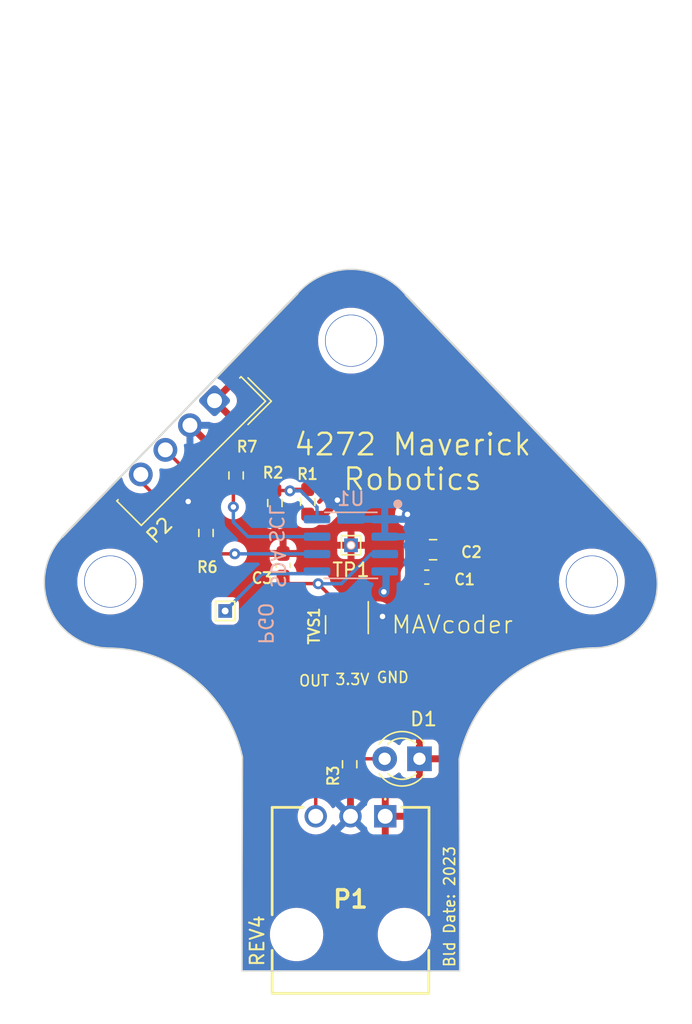
<source format=kicad_pcb>
(kicad_pcb (version 20221018) (generator pcbnew)
  (layers (0 "F.Cu" signal) (31 "B.Cu" signal) (34 "B.Paste" user) (35 "F.Paste" user) (36 "B.SilkS" user "B.Silkscreen") (37 "F.SilkS" user "F.Silkscreen") (38 "B.Mask" user) (39 "F.Mask" user) (44 "Edge.Cuts" user))
  (net 0 "")
  (net 1 "+3.3V")
  (net 2 "GND")
  (net 3 "/DIR")
  (net 4 "/SDA")
  (net 5 "/SCL")
  (net 6 "/OUT")
  (net 7 "/PGO")
  (net 8 "Net-(D1-A)")
  (footprint "MountingHole:MountingHole_3.7mm" (layer "F.Cu") (at 165.565 80.825)
    (fp_text reference "REF**" hide)
    (fp_text value "MountingHole_3.7mm" hide)
    (pad "" np_thru_hole circle (at 0 0) (size 3.8 3.8) (drill 3.7) (layers "F&B.Cu" "*.Mask"))
  )
  (footprint "Resistor_SMD:R_0603_1608Metric_Pad0.98x0.95mm_HandSolder" (layer "F.Cu") (at 144.8 75 90)
    (fp_text reference "R1" (at 2.0258 -0.02 180) (layer "F.SilkS") (effects (font (size 0.8 0.762))))
    (fp_text value "0")
    (fp_line (start -0.254724 -0.5225) (end 0.254724 -0.5225) (stroke (width 0.12)) (layer "F.SilkS"))
    (fp_line (start -0.254724 0.5225) (end 0.254724 0.5225) (stroke (width 0.12)) (layer "F.SilkS"))
    (pad "1" smd roundrect (at -0.9125 0 90) (size 0.975 0.95) (layers "F.Cu" "F.Paste" "F.Mask") (net 1 "+3.3V"))
    (pad "2" smd roundrect (at 0.9125 0 90) (size 0.975 0.95) (layers "F.Cu" "F.Paste" "F.Mask") (net 3 "/DIR"))
  )
  (footprint "Capacitor_SMD:C_0805_2012Metric_Pad1.18x1.45mm_HandSolder" (layer "F.Cu") (at 153.9625 78.5)
    (fp_text reference "C2" (at 2.8025 0.175) (layer "F.SilkS") (effects (font (size 0.8 0.762))))
    (fp_text value "10uF")
    (fp_line (start -0.261252 -0.735) (end 0.261252 -0.735) (stroke (width 0.12)) (layer "F.SilkS"))
    (fp_line (start -0.261252 0.735) (end 0.261252 0.735) (stroke (width 0.12)) (layer "F.SilkS"))
    (pad "1" smd roundrect (at -1.0375 0) (size 1.175 1.45) (layers "F.Cu" "F.Paste" "F.Mask") (roundrect_rratio 0.2127659574) (net 1 "+3.3V"))
    (pad "2" smd roundrect (at 1.0375 0) (size 1.175 1.45) (layers "F.Cu" "F.Paste" "F.Mask") (roundrect_rratio 0.2127659574) (net 2 "GND"))
  )
  (footprint "LED_THT:LED_D3.0mm" (layer "F.Cu") (at 152.965 93.775 180)
    (fp_text reference "D1" (at -0.3 2.9 180) (layer "F.SilkS"))
    (fp_text value "LED")
    (fp_line (start -0.29 -1.236) (end -0.29 -1.08) (stroke (width 0.12)) (layer "F.SilkS"))
    (fp_line (start -0.29 1.08) (end -0.29 1.236) (stroke (width 0.12)) (layer "F.SilkS"))
    (fp_arc (start -0.29 -1.235516) (mid 1.366487 -1.987659) (end 2.942335 -1.078608) (stroke (width 0.12)) (layer "F.SilkS"))
    (fp_arc (start 0.229039 -1.08) (mid 1.270117 -1.5) (end 2.31113 -1.079837) (stroke (width 0.12)) (layer "F.SilkS"))
    (fp_arc (start 2.31113 1.079837) (mid 1.270117 1.5) (end 0.229039 1.08) (stroke (width 0.12)) (layer "F.SilkS"))
    (fp_arc (start 2.942335 1.078608) (mid 1.366487 1.987659) (end -0.29 1.235516) (stroke (width 0.12)) (layer "F.SilkS"))
    (pad "1" thru_hole rect (at 0 0 180) (size 1.8 1.8) (drill 0.9) (layers "*.Cu" "*.Mask") (net 2 "GND"))
    (pad "2" thru_hole circle (at 2.54 0 180) (size 1.8 1.8) (drill 0.9) (layers "*.Cu" "*.Mask") (net 8 "Net-(D1-A)"))
  )
  (footprint "Connector_Molex:Molex_SL_171971-0004_1x04_P2.54mm_Vertical" (layer "F.Cu") (at 137.989407 67.611253 -135)
    (fp_text reference "P2" (at 9.537565 -3.846194 45) (layer "F.SilkS"))
    (fp_text value "0705430003" hide)
    (fp_line (start -2.91 -2.96) (end -0.5 -2.96) (stroke (width 0.12)) (layer "F.SilkS"))
    (fp_line (start -2.91 -0.55) (end -2.91 -2.96) (stroke (width 0.12)) (layer "F.SilkS"))
    (fp_line (start -2.61 -2.66) (end -2.61 -0.13) (stroke (width 0.12)) (layer "F.SilkS"))
    (fp_line (start -2.61 -0.13) (end -2.48 -0.13) (stroke (width 0.12)) (layer "F.SilkS"))
    (fp_line (start 10.1 -0.13) (end 10.23 -0.13) (stroke (width 0.12)) (layer "F.SilkS"))
    (fp_line (start 10.23 -2.66) (end -2.61 -2.66) (stroke (width 0.12)) (layer "F.SilkS"))
    (fp_line (start 10.23 -0.13) (end 10.23 -2.66) (stroke (width 0.12)) (layer "F.SilkS"))
    (pad "1" thru_hole roundrect (at 0 0 225) (size 1.74 1.74) (drill 1.09) (layers "*.Cu" "*.Mask") (roundrect_rratio 0.1436781609) (net 2 "GND"))
    (pad "2" thru_hole circle (at 2.54 0 225) (size 1.74 1.74) (drill 1.09) (layers "*.Cu" "*.Mask") (net 1 "+3.3V"))
    (pad "3" thru_hole circle (at 5.08 0 225) (size 1.74 1.74) (drill 1.09) (layers "*.Cu" "*.Mask") (net 5 "/SCL"))
    (pad "4" thru_hole circle (at 7.62 0 225) (size 1.74 1.74) (drill 1.09) (layers "*.Cu" "*.Mask") (net 4 "/SDA"))
  )
  (footprint "Package_TO_SOT_SMD:SOT-23" (layer "F.Cu") (at 147.665 83.975 -90)
    (fp_text reference "TVS1" (at 0.1 2.4 90) (layer "F.SilkS") (effects (font (size 0.8 0.762))))
    (fp_text value "SP0502BAHT")
    (fp_line (start 0 -1.56) (end -1.675 -1.56) (stroke (width 0.12)) (layer "F.SilkS"))
    (fp_line (start 0 -1.56) (end 0.65 -1.56) (stroke (width 0.12)) (layer "F.SilkS"))
    (fp_line (start 0 1.56) (end -0.65 1.56) (stroke (width 0.12)) (layer "F.SilkS"))
    (fp_line (start 0 1.56) (end 0.65 1.56) (stroke (width 0.12)) (layer "F.SilkS"))
    (pad "1" smd roundrect (at -0.9375 -0.95 270) (size 1.475 0.6) (layers "F.Cu" "F.Paste" "F.Mask") (net 1 "+3.3V"))
    (pad "2" smd roundrect (at -0.9375 0.95 270) (size 1.475 0.6) (layers "F.Cu" "F.Paste" "F.Mask") (net 6 "/OUT"))
    (pad "3" smd roundrect (at 0.9375 0 270) (size 1.475 0.6) (layers "F.Cu" "F.Paste" "F.Mask") (net 2 "GND"))
  )
  (footprint "Resistor_SMD:R_0603_1608Metric_Pad0.98x0.95mm_HandSolder" (layer "F.Cu") (at 139.565 73.075 90)
    (fp_text reference "R7" (at 2.1 0.8) (layer "F.SilkS") (effects (font (size 0.8 0.762))))
    (fp_text value "100K")
    (fp_line (start -0.254724 -0.5225) (end 0.254724 -0.5225) (stroke (width 0.12)) (layer "F.SilkS"))
    (fp_line (start -0.254724 0.5225) (end 0.254724 0.5225) (stroke (width 0.12)) (layer "F.SilkS"))
    (pad "1" smd roundrect (at -0.9125 0 90) (size 0.975 0.95) (layers "F.Cu" "F.Paste" "F.Mask") (net 5 "/SCL"))
    (pad "2" smd roundrect (at 0.9125 0 90) (size 0.975 0.95) (layers "F.Cu" "F.Paste" "F.Mask") (net 1 "+3.3V"))
  )
  (footprint "Resistor_SMD:R_0603_1608Metric_Pad0.98x0.95mm_HandSolder" (layer "F.Cu") (at 147.865 94.175 90)
    (fp_text reference "R3" (at -0.849988 -1.199988 90) (layer "F.SilkS") (effects (font (size 0.8 0.762))))
    (fp_text value "137")
    (fp_line (start -0.254724 -0.5225) (end 0.254724 -0.5225) (stroke (width 0.12)) (layer "F.SilkS"))
    (fp_line (start -0.254724 0.5225) (end 0.254724 0.5225) (stroke (width 0.12)) (layer "F.SilkS"))
    (pad "1" smd roundrect (at -0.9125 0 90) (size 0.975 0.95) (layers "F.Cu" "F.Paste" "F.Mask") (net 1 "+3.3V"))
    (pad "2" smd roundrect (at 0.9125 0 90) (size 0.975 0.95) (layers "F.Cu" "F.Paste" "F.Mask") (net 8 "Net-(D1-A)"))
  )
  (footprint "TestPoint:TestPoint_THTPad_1.0x1.0mm_Drill0.5mm" (layer "F.Cu") (at 138.765 82.975)
    (fp_text reference "TP3" hide)
    (fp_text value "TestPoint")
    (fp_line (start -0.7 -0.7) (end 0.7 -0.7) (stroke (width 0.12)) (layer "F.SilkS"))
    (fp_line (start -0.7 0.7) (end -0.7 -0.7) (stroke (width 0.12)) (layer "F.SilkS"))
    (fp_line (start 0.7 -0.7) (end 0.7 0.7) (stroke (width 0.12)) (layer "F.SilkS"))
    (fp_line (start 0.7 0.7) (end -0.7 0.7) (stroke (width 0.12)) (layer "F.SilkS"))
    (pad "1" thru_hole rect (at 0 0) (size 1 1) (drill 0.5) (layers "*.Cu" "*.Mask") (net 7 "/PGO"))
  )
  (footprint "Library Loader:705550037" (layer "F.Cu") (at 150.465 97.975)
    (fp_text reference "P1" (at -2.54 6.061) (layer "F.SilkS") (effects (font (size 1.27 1.27) (thickness 0.254))))
    (fp_text value "15-91-7030" hide)
    (fp_line (start -8.265 -0.65) (end -6 -0.65) (stroke (width 0.2)) (layer "F.SilkS"))
    (fp_line (start -8.265 7.2) (end -8.265 -0.65) (stroke (width 0.2)) (layer "F.SilkS"))
    (fp_line (start -8.265 12.94) (end -8.265 9.8) (stroke (width 0.2)) (layer "F.SilkS"))
    (fp_line (start 0 -1.3) (end 0 -1.3) (stroke (width 0.1)) (layer "F.SilkS"))
    (fp_line (start 0 -1.2) (end 0 -1.2) (stroke (width 0.1)) (layer "F.SilkS"))
    (fp_line (start 1.2 -0.65) (end 3.2 -0.65) (stroke (width 0.2)) (layer "F.SilkS"))
    (fp_line (start 3.185 9.8) (end 3.185 12.94) (stroke (width 0.2)) (layer "F.SilkS"))
    (fp_line (start 3.185 12.94) (end -8.265 12.94) (stroke (width 0.2)) (layer "F.SilkS"))
    (fp_line (start 3.2 -0.65) (end 3.185 7.2) (stroke (width 0.2)) (layer "F.SilkS"))
    (fp_arc (start 0 -1.3) (mid 0.05 -1.25) (end 0 -1.2) (stroke (width 0.1)) (layer "F.SilkS"))
    (fp_arc (start 0 -1.2) (mid -0.05 -1.25) (end 0 -1.3) (stroke (width 0.1)) (layer "F.SilkS"))
    (pad "" np_thru_hole circle (at -6.48 8.64) (size 0.001 0.001) (drill 3.4) (layers "*.Cu" "*.Mask"))
    (pad "" np_thru_hole circle (at 1.4 8.64) (size 0.001 0.001) (drill 3.4) (layers "*.Cu" "*.Mask"))
    (pad "1" thru_hole rect (at 0 0) (size 1.635 1.635) (drill 1.09) (layers "*.Cu" "*.Mask") (net 2 "GND"))
    (pad "2" thru_hole circle (at -2.54 0) (size 1.635 1.635) (drill 1.09) (layers "*.Cu" "*.Mask") (net 1 "+3.3V"))
    (pad "3" thru_hole circle (at -5.08 0) (size 1.635 1.635) (drill 1.09) (layers "*.Cu" "*.Mask") (net 6 "/OUT"))
  )
  (footprint "MountingHole:MountingHole_3.7mm" (layer "F.Cu") (at 147.965 63.225)
    (fp_text reference "REF**" hide)
    (fp_text value "MountingHole_3.7mm")
    (pad "" np_thru_hole circle (at 0 0) (size 3.8 3.8) (drill 3.7) (layers "F&B.Cu" "*.Mask"))
  )
  (footprint "Capacitor_SMD:C_0603_1608Metric_Pad1.08x0.95mm_HandSolder" (layer "F.Cu") (at 143 79.6375 90)
    (fp_text reference "C3" (at -0.9375 -1.535 180) (layer "F.SilkS") (effects (font (size 0.8 0.762))))
    (fp_text value "56pF")
    (fp_line (start -0.146267 -0.51) (end 0.146267 -0.51) (stroke (width 0.12)) (layer "F.SilkS"))
    (fp_line (start -0.146267 0.51) (end 0.146267 0.51) (stroke (width 0.12)) (layer "F.SilkS"))
    (pad "1" smd roundrect (at -0.8625 0 90) (size 1.075 0.95) (layers "F.Cu" "F.Paste" "F.Mask") (net 6 "/OUT"))
    (pad "2" smd roundrect (at 0.8625 0 90) (size 1.075 0.95) (layers "F.Cu" "F.Paste" "F.Mask") (net 2 "GND"))
  )
  (footprint "Resistor_SMD:R_0603_1608Metric_Pad0.98x0.95mm_HandSolder" (layer "F.Cu") (at 137.365 77.275 90)
    (fp_text reference "R6" (at -2.5 0.1 180) (layer "F.SilkS") (effects (font (size 0.8 0.762))))
    (fp_text value "100K")
    (fp_line (start -0.254724 -0.5225) (end 0.254724 -0.5225) (stroke (width 0.12)) (layer "F.SilkS"))
    (fp_line (start -0.254724 0.5225) (end 0.254724 0.5225) (stroke (width 0.12)) (layer "F.SilkS"))
    (pad "1" smd roundrect (at -0.9125 0 90) (size 0.975 0.95) (layers "F.Cu" "F.Paste" "F.Mask") (net 4 "/SDA"))
    (pad "2" smd roundrect (at 0.9125 0 90) (size 0.975 0.95) (layers "F.Cu" "F.Paste" "F.Mask") (net 1 "+3.3V"))
  )
  (footprint "TestPoint:TestPoint_THTPad_1.0x1.0mm_Drill0.5mm" (layer "F.Cu") (at 147.965 78.175)
    (fp_text reference "TP1" (at 0 1.8) (layer "F.SilkS"))
    (fp_text value "TestPoint")
    (fp_line (start -0.7 -0.7) (end 0.7 -0.7) (stroke (width 0.12)) (layer "F.SilkS"))
    (fp_line (start -0.7 0.7) (end -0.7 -0.7) (stroke (width 0.12)) (layer "F.SilkS"))
    (fp_line (start 0.7 -0.7) (end 0.7 0.7) (stroke (width 0.12)) (layer "F.SilkS"))
    (fp_line (start 0.7 0.7) (end -0.7 0.7) (stroke (width 0.12)) (layer "F.SilkS"))
    (pad "1" thru_hole rect (at 0 0) (size 1 1) (drill 0.5) (layers "*.Cu" "F.Mask") (net 2 "GND"))
  )
  (footprint "MountingHole:MountingHole_3.7mm" (layer "F.Cu") (at 130.365 80.825)
    (fp_text reference "REF**" hide)
    (fp_text value "MountingHole_3.7mm")
    (pad "" np_thru_hole circle (at 0 0) (size 3.8 3.8) (drill 3.7) (layers "F&B.Cu" "*.Mask"))
  )
  (footprint "Resistor_SMD:R_0603_1608Metric_Pad0.98x0.95mm_HandSolder" (layer "F.Cu") (at 142.4 75.0875 -90)
    (fp_text reference "R2" (at -2.2125 0.135 180) (layer "F.SilkS") (effects (font (size 0.8 0.762))))
    (fp_text value "0")
    (fp_line (start -0.254724 -0.5225) (end 0.254724 -0.5225) (stroke (width 0.12)) (layer "F.SilkS"))
    (fp_line (start -0.254724 0.5225) (end 0.254724 0.5225) (stroke (width 0.12)) (layer "F.SilkS"))
    (pad "1" smd roundrect (at -0.9125 0 270) (size 0.975 0.95) (layers "F.Cu" "F.Paste" "F.Mask") (net 3 "/DIR"))
    (pad "2" smd roundrect (at 0.9125 0 270) (size 0.975 0.95) (layers "F.Cu" "F.Paste" "F.Mask") (net 2 "GND"))
  )
  (footprint "Capacitor_SMD:C_0603_1608Metric_Pad1.08x0.95mm_HandSolder" (layer "F.Cu") (at 153.5 80.5)
    (fp_text reference "C1" (at 2.765 0.175) (layer "F.SilkS") (effects (font (size 0.8 0.762))))
    (fp_text value "100nF")
    (fp_line (start -0.146267 -0.51) (end 0.146267 -0.51) (stroke (width 0.12)) (layer "F.SilkS"))
    (fp_line (start -0.146267 0.51) (end 0.146267 0.51) (stroke (width 0.12)) (layer "F.SilkS"))
    (pad "1" smd roundrect (at -0.8625 0) (size 1.075 0.95) (layers "F.Cu" "F.Paste" "F.Mask") (net 1 "+3.3V"))
    (pad "2" smd roundrect (at 0.8625 0) (size 1.075 0.95) (layers "F.Cu" "F.Paste" "F.Mask") (net 2 "GND"))
  )
  (footprint "Package_SO:SOIC-8_3.9x4.9mm_P1.27mm" (layer "B.Cu") (at 147.955 78.1812 180)
    (fp_text reference "U1" (at 0 3.4) (layer "B.SilkS") (effects (justify mirror)))
    (fp_text value "AS5600-ASOM")
    (fp_line (start 0 -2.413) (end -1.95 -2.413) (stroke (width 0.12)) (layer "B.SilkS"))
    (fp_line (start 0 -2.413) (end 1.95 -2.413) (stroke (width 0.12)) (layer "B.SilkS"))
    (fp_line (start 1.905 2.413) (end -1.905 2.413) (stroke (width 0.12)) (layer "B.SilkS"))
    (pad "1" smd roundrect (at -2.475 1.905 180) (size 1.95 0.6) (layers "B.Cu" "B.Paste" "B.Mask") (net 1 "+3.3V"))
    (pad "2" smd roundrect (at -2.475 0.635 180) (size 1.95 0.6) (layers "B.Cu" "B.Paste" "B.Mask") (net 1 "+3.3V"))
    (pad "3" smd roundrect (at -2.475 -0.635 180) (size 1.95 0.6) (layers "B.Cu" "B.Paste" "B.Mask") (net 6 "/OUT"))
    (pad "4" smd roundrect (at -2.475 -1.905 180) (size 1.95 0.6) (layers "B.Cu" "B.Paste" "B.Mask") (net 2 "GND"))
    (pad "5" smd roundrect (at 2.475 -1.905 180) (size 1.95 0.6) (layers "B.Cu" "B.Paste" "B.Mask") (net 7 "/PGO"))
    (pad "6" smd roundrect (at 2.475 -0.635 180) (size 1.95 0.6) (layers "B.Cu" "B.Paste" "B.Mask") (net 4 "/SDA"))
    (pad "7" smd roundrect (at 2.475 0.635 180) (size 1.95 0.6) (layers "B.Cu" "B.Paste" "B.Mask") (net 5 "/SCL"))
    (pad "8" smd roundrect (at 2.475 1.905 180) (size 1.95 0.6) (layers "B.Cu" "B.Paste" "B.Mask") (net 3 "/DIR"))
  )
  (gr_circle (center 151.384 75.1586) (end 151.638951 75.1586) (stroke (width 0.15)) (fill solid) (layer "B.SilkS"))
  (gr_circle (center 147.965 78.175) (end 148.219 78.175) (stroke (width 0.15)) (fill none) (layer "B.SilkS"))
  (gr_line (start 140.036925 93.680955) (end 140 102.9) (stroke (width 0.1)) (layer "Edge.Cuts"))
  (gr_line (start 140 102.9) (end 140 109.275) (stroke (width 0.1)) (layer "Edge.Cuts"))
  (gr_line (start 155.865001 93.775) (end 155.9 102.9) (stroke (width 0.1)) (layer "Edge.Cuts"))
  (gr_line (start 155.9 102.9) (end 155.9 109.275) (stroke (width 0.1)) (layer "Edge.Cuts"))
  (gr_arc (start 130.365 85.685405) (mid 125.948308 82.780999) (end 126.865 77.575) (stroke (width 0.1)) (layer "Edge.Cuts"))
  (gr_line (start 144.065 59.775) (end 126.865 77.575) (stroke (width 0.1508)) (layer "Edge.Cuts"))
  (gr_arc (start 155.865001 93.775) (mid 159.350642 88.0149) (end 165.662504 85.672072) (stroke (width 0.1)) (layer "Edge.Cuts"))
  (gr_line (start 140 109.275) (end 155.9 109.275) (stroke (width 0.1)) (layer "Edge.Cuts"))
  (gr_line (start 151.965081 59.891711) (end 169.070462 77.780923) (stroke (width 0.1508)) (layer "Edge.Cuts"))
  (gr_arc (start 144.065 59.775) (mid 148.041873 58.017116) (end 151.965081 59.891711) (stroke (width 0.1)) (layer "Edge.Cuts"))
  (gr_arc (start 130.365 85.685405) (mid 136.594862 87.997031) (end 140.036925 93.680955) (stroke (width 0.1)) (layer "Edge.Cuts"))
  (gr_arc (start 169.070462 77.780923) (mid 169.961862 82.847366) (end 165.662504 85.672071) (stroke (width 0.1)) (layer "Edge.Cuts"))
  (gr_text "SCL\n" (at 142.5 76.6 270) (layer "B.SilkS") (effects (font (size 1 1)) (justify mirror)))
  (gr_text "PGO" (at 141.7 83.9 -90) (layer "B.SilkS") (effects (font (size 1 1)) (justify mirror)))
  (gr_text "SDA" (at 142.6 79.9 -90) (layer "B.SilkS") (effects (font (size 1 1)) (justify mirror)))
  (gr_text "MAVcoder" (at 155.365 83.975) (layer "F.SilkS") (effects (font (size 1.27 1.27) (thickness 0.125))))
  (gr_text "4272 Maverick\nRobotics" (at 152.465 72.075) (layer "F.SilkS") (effects (font (size 1.5748 1.5748) (thickness 0.1762) bold)))
  (gr_text "GND" (at 151.013 87.827) (layer "F.SilkS") (effects (font (size 0.8 0.762) (thickness 0.125))))
  (gr_text "3.3V" (at 148.065 87.975) (layer "F.SilkS") (effects (font (size 0.8 0.762) (thickness 0.125))))
  (gr_text "OUT" (at 145.265 88.075) (layer "F.SilkS") (effects (font (size 0.8 0.762) (thickness 0.125))))
  (gr_text "REV4\n" (at 141.107 107.075 90) (layer "F.SilkS") (effects (font (size 1 1))))
  (gr_text "Bld Date: 2023" (at 155.165 104.575 90) (layer "F.SilkS") (effects (font (size 0.8 0.762) (thickness 0.125))))
  (segment (start 150.0275 83.0375) (end 150.265 83.275) (width 0.5) (layer "F.Cu") (net 1))
  (segment (start 147.065 74.875) (end 146.965 74.975) (width 0.25) (layer "F.Cu") (net 1))
  (segment (start 146.0275 75.9125) (end 146.965 74.975) (width 0.504) (layer "F.Cu") (net 1))
  (segment (start 146.965 74.875) (end 147.065 74.875) (width 0.25) (layer "F.Cu") (net 1))
  (segment (start 150.265 83.275) (end 150.265 83.375) (width 0.5) (layer "F.Cu") (net 1))
  (segment (start 144.8 75.9125) (end 146.0275 75.9125) (width 0.504) (layer "F.Cu") (net 1))
  (segment (start 152.6375 78.7875) (end 152.925 78.5) (width 0.5) (layer "F.Cu") (net 1))
  (segment (start 152.6375 80.5) (end 152.6375 78.7875) (width 0.5) (layer "F.Cu") (net 1))
  (segment (start 138.948552 72.1625) (end 136.193356 69.407304) (width 0.504) (layer "F.Cu") (net 1))
  (segment (start 137.365 76.3625) (end 137.365 76.275) (width 0.504) (layer "F.Cu") (net 1))
  (segment (start 148.615 83.0375) (end 150.0275 83.0375) (width 0.5) (layer "F.Cu") (net 1))
  (segment (start 137.365 76.275) (end 136.065 74.975) (width 0.504) (layer "F.Cu") (net 1))
  (segment (start 147.925 95.1475) (end 147.865 95.0875) (width 0.5) (layer "F.Cu") (net 1))
  (segment (start 152.925 76.75) (end 152.925 78.5) (width 0.5) (layer "F.Cu") (net 1))
  (segment (start 147.925 97.975) (end 147.925 95.1475) (width 0.5) (layer "F.Cu") (net 1))
  (segment (start 150.365 83.375) (end 150.265 83.275) (width 0.5) (layer "F.Cu") (net 1))
  (segment (start 139.565 72.1625) (end 138.948552 72.1625) (width 0.25) (layer "F.Cu") (net 1))
  (segment (start 150.265 83.375) (end 150.365 83.375) (width 0.5) (layer "F.Cu") (net 1))
  (segment (start 152.0875 75.9125) (end 152.925 76.75) (width 0.5) (layer "F.Cu") (net 1))
  (segment (start 146.965 74.975) (end 146.965 74.875) (width 0.25) (layer "F.Cu") (net 1))
  (via (at 146.965 74.875) (size 0.8) (drill 0.4) (layers "F.Cu" "B.Cu") (net 1))
  (via (at 150.265 83.375) (size 0.8) (drill 0.4) (layers "F.Cu" "B.Cu") (net 1))
  (via (at 136.065 74.975) (size 0.8) (drill 0.4) (layers "F.Cu" "B.Cu") (net 1))
  (via (at 152.0875 75.9125) (size 0.8) (drill 0.4) (layers "F.Cu" "B.Cu") (net 1))
  (segment (start 151.7238 76.2762) (end 152.0875 75.9125) (width 0.508) (layer "B.Cu") (net 1))
  (segment (start 150.43 76.2762) (end 151.7238 76.2762) (width 0.508) (layer "B.Cu") (net 1))
  (segment (start 150.43 77.5462) (end 150.43 76.2762) (width 0.508) (layer "B.Cu") (net 1))
  (via (at 150.365 81.575) (size 0.8) (drill 0.4) (layers "F.Cu" "B.Cu") (net 2))
  (segment (start 150.365 81.575) (end 150.5188 81.4212) (width 0.25) (layer "B.Cu") (net 2))
  (segment (start 150.5188 81.4212) (end 150.5188 80.175) (width 0.5294) (layer "B.Cu") (net 2))
  (segment (start 150.5188 80.175) (end 150.43 80.0862) (width 0.25) (layer "B.Cu") (net 2))
  (segment (start 143.475 74.175) (end 142.4 74.175) (width 0.25) (layer "F.Cu") (net 3))
  (segment (start 143.5 74.2) (end 143.6125 74.0875) (width 0.25) (layer "F.Cu") (net 3))
  (segment (start 143.5 74.2) (end 143.475 74.175) (width 0.25) (layer "F.Cu") (net 3))
  (segment (start 143.6125 74.0875) (end 144.5 74.0875) (width 0.25) (layer "F.Cu") (net 3))
  (via (at 143.5 74.2) (size 0.8) (drill 0.4) (layers "F.Cu" "B.Cu") (net 3))
  (segment (start 145.48 75.39) (end 144.29 74.2) (width 0.25) (layer "B.Cu") (net 3))
  (segment (start 145.48 76.2762) (end 145.48 75.39) (width 0.25) (layer "B.Cu") (net 3))
  (segment (start 144.29 74.2) (end 143.5 74.2) (width 0.25) (layer "B.Cu") (net 3))
  (segment (start 139.465 78.8) (end 137.89 78.8) (width 0.25) (layer "F.Cu") (net 4))
  (segment (start 132.601253 73.511253) (end 132.601253 72.999407) (width 0.25) (layer "F.Cu") (net 4))
  (segment (start 137.89 78.8) (end 132.601253 73.511253) (width 0.25) (layer "F.Cu") (net 4))
  (via (at 139.465 78.8) (size 0.8) (drill 0.4) (layers "F.Cu" "B.Cu") (net 4))
  (segment (start 145.4638 78.8) (end 145.48 78.8162) (width 0.25) (layer "B.Cu") (net 4))
  (segment (start 139.465 78.8) (end 145.4638 78.8) (width 0.25) (layer "B.Cu") (net 4))
  (segment (start 139.565 73.9875) (end 137.18145 73.9875) (width 0.25) (layer "F.Cu") (net 5))
  (segment (start 139.365 75.375) (end 139.365 74.1875) (width 0.25) (layer "F.Cu") (net 5))
  (segment (start 137.18145 73.9875) (end 134.397305 71.203355) (width 0.25) (layer "F.Cu") (net 5))
  (segment (start 139.365 74.1875) (end 139.565 73.9875) (width 0.25) (layer "F.Cu") (net 5))
  (via (at 139.365 75.375) (size 0.8) (drill 0.4) (layers "F.Cu" "B.Cu") (net 5))
  (segment (start 140.4362 77.5462) (end 145.48 77.5462) (width 0.25) (layer "B.Cu") (net 5))
  (segment (start 139.365 76.475) (end 140.4362 77.5462) (width 0.25) (layer "B.Cu") (net 5))
  (segment (start 139.365 75.375) (end 139.365 76.475) (width 0.25) (layer "B.Cu") (net 5))
  (segment (start 145.565 80.9857) (end 145.5543 80.975) (width 0.25) (layer "F.Cu") (net 6))
  (segment (start 146.715 83.0375) (end 146.715 82.425) (width 0.25) (layer "F.Cu") (net 6))
  (segment (start 146.715 82.1357) (end 146.715 83.0375) (width 0.25) (layer "F.Cu") (net 6))
  (segment (start 146.715 88.505) (end 145.385 89.835) (width 0.25) (layer "F.Cu") (net 6))
  (segment (start 145.385 89.835) (end 145.385 97.975) (width 0.25) (layer "F.Cu") (net 6))
  (segment (start 145.565 80.9857) (end 146.715 82.1357) (width 0.25) (layer "F.Cu") (net 6))
  (segment (start 143.475 80.975) (end 143 80.5) (width 0.25) (layer "F.Cu") (net 6))
  (segment (start 146.715 83.0375) (end 146.715 88.505) (width 0.25) (layer "F.Cu") (net 6))
  (segment (start 145.5543 80.975) (end 143.475 80.975) (width 0.25) (layer "F.Cu") (net 6))
  (via (at 145.565 80.9857) (size 0.8) (drill 0.4) (layers "F.Cu" "B.Cu") (net 6))
  (segment (start 145.565 80.9857) (end 147.2543 80.9857) (width 0.25) (layer "B.Cu") (net 6))
  (segment (start 149.4238 78.8162) (end 150.43 78.8162) (width 0.25) (layer "B.Cu") (net 6))
  (segment (start 147.2543 80.9857) (end 149.4238 78.8162) (width 0.25) (layer "B.Cu") (net 6))
  (segment (start 145.48 80.0862) (end 145.3167 80.2495) (width 0.25) (layer "B.Cu") (net 7))
  (segment (start 145.3167 80.2495) (end 141.4905 80.2495) (width 0.25) (layer "B.Cu") (net 7))
  (segment (start 141.4905 80.2495) (end 138.765 82.975) (width 0.25) (layer "B.Cu") (net 7))
  (segment (start 148.3775 93.775) (end 147.865 93.2625) (width 0.25) (layer "F.Cu") (net 8))
  (segment (start 150.425 93.775) (end 148.3775 93.775) (width 0.25) (layer "F.Cu") (net 8))
  (zone (net 2) (net_name "GND") (layer "F.Cu") (connect_pads (clearance 0.508)) (min_thickness 0.254) (fill yes (thermal_gap 0.508) (thermal_bridge_width 0.508))
    (polygon (pts (xy 172.365 113.175) (xy 125.165 112.775) (xy 124.865 57.375) (xy 171.065 57.375)))
  )
  (zone (net 0) (net_name "") (layer "B.Cu") (connect_pads (clearance 0)) (min_thickness 0.254)
    (keepout (tracks allowed) (vias allowed) (pads allowed) (copperpour not_allowed) (footprints allowed))
    (fill (thermal_gap 0.508) (thermal_bridge_width 0.508))
    (polygon (pts (xy 151.2 80) (xy 144.8 79.8) (xy 144.8 76.6) (xy 151.2 76.6)))
  )
  (zone (net 1) (net_name "+3.3V") (layer "B.Cu") (connect_pads (clearance 0.508)) (min_thickness 0.254) (fill yes (thermal_gap 0.508) (thermal_bridge_width 0.508))
    (polygon (pts (xy 172.265 113.175) (xy 124.965 112.675) (xy 124.965 57.275) (xy 171.365 57.375)))
  )
)
</source>
